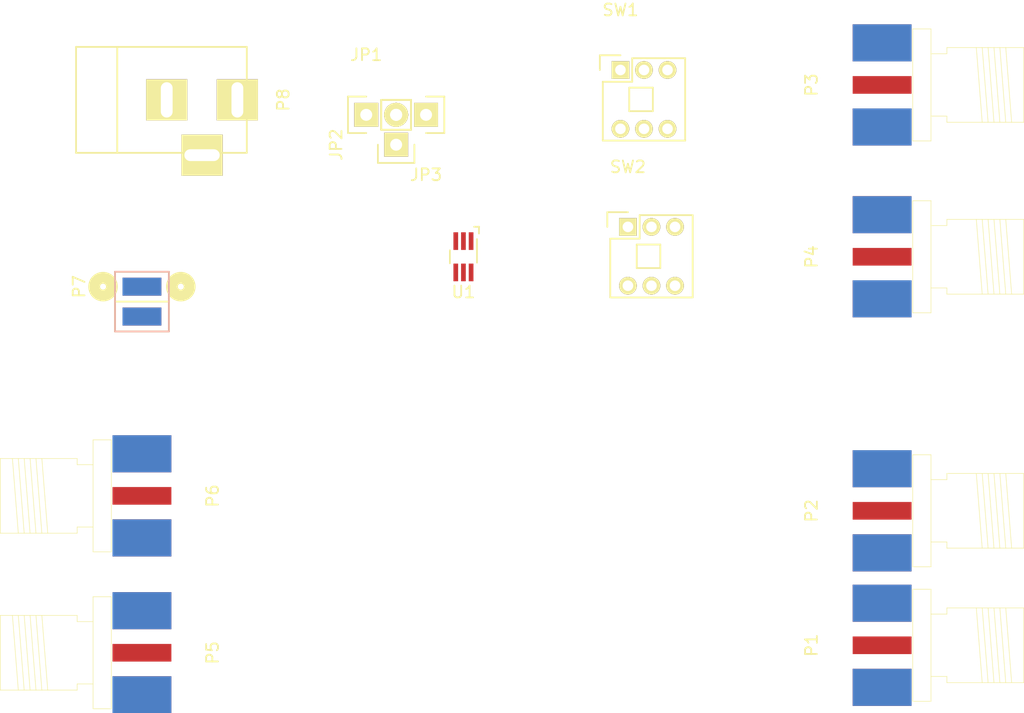
<source format=kicad_pcb>
(kicad_pcb (version 4) (host pcbnew 4.0.4-stable)

  (general
    (links 41)
    (no_connects 27)
    (area 0 0 0 0)
    (thickness 1.6)
    (drawings 0)
    (tracks 0)
    (zones 0)
    (modules 14)
    (nets 15)
  )

  (page A4)
  (layers
    (0 F.Cu signal)
    (31 B.Cu signal)
    (32 B.Adhes user)
    (33 F.Adhes user)
    (34 B.Paste user)
    (35 F.Paste user)
    (36 B.SilkS user)
    (37 F.SilkS user)
    (38 B.Mask user)
    (39 F.Mask user)
    (40 Dwgs.User user)
    (41 Cmts.User user)
    (42 Eco1.User user)
    (43 Eco2.User user)
    (44 Edge.Cuts user)
    (45 Margin user)
    (46 B.CrtYd user)
    (47 F.CrtYd user)
    (48 B.Fab user)
    (49 F.Fab user)
  )

  (setup
    (last_trace_width 0.25)
    (trace_clearance 0.2)
    (zone_clearance 0.508)
    (zone_45_only no)
    (trace_min 0.2)
    (segment_width 0.2)
    (edge_width 0.15)
    (via_size 0.6)
    (via_drill 0.4)
    (via_min_size 0.4)
    (via_min_drill 0.3)
    (uvia_size 0.3)
    (uvia_drill 0.1)
    (uvias_allowed no)
    (uvia_min_size 0.2)
    (uvia_min_drill 0.1)
    (pcb_text_width 0.3)
    (pcb_text_size 1.5 1.5)
    (mod_edge_width 0.15)
    (mod_text_size 1 1)
    (mod_text_width 0.15)
    (pad_size 1.524 1.524)
    (pad_drill 0.762)
    (pad_to_mask_clearance 0.2)
    (aux_axis_origin 0 0)
    (visible_elements FFFFFF7F)
    (pcbplotparams
      (layerselection 0x00030_80000001)
      (usegerberextensions false)
      (excludeedgelayer true)
      (linewidth 0.100000)
      (plotframeref false)
      (viasonmask false)
      (mode 1)
      (useauxorigin false)
      (hpglpennumber 1)
      (hpglpenspeed 20)
      (hpglpendiameter 15)
      (hpglpenoverlay 2)
      (psnegative false)
      (psa4output false)
      (plotreference true)
      (plotvalue true)
      (plotinvisibletext false)
      (padsonsilk false)
      (subtractmaskfromsilk false)
      (outputformat 1)
      (mirror false)
      (drillshape 1)
      (scaleselection 1)
      (outputdirectory ""))
  )

  (net 0 "")
  (net 1 "Net-(JP1-Pad1)")
  (net 2 VCC)
  (net 3 /TRIGGER)
  (net 4 /VMC)
  (net 5 "Net-(P1-Pad2)")
  (net 6 /SINE)
  (net 7 "Net-(P2-Pad2)")
  (net 8 /INV/PULSE)
  (net 9 GND)
  (net 10 "Net-(P3-Pad1)")
  (net 11 "Net-(P4-Pad1)")
  (net 12 "Net-(P8-Pad3)")
  (net 13 "Net-(SW1-Pad1)")
  (net 14 "Net-(SW2-Pad1)")

  (net_class Default "This is the default net class."
    (clearance 0.2)
    (trace_width 0.25)
    (via_dia 0.6)
    (via_drill 0.4)
    (uvia_dia 0.3)
    (uvia_drill 0.1)
    (add_net /INV/PULSE)
    (add_net /SINE)
    (add_net /TRIGGER)
    (add_net /VMC)
    (add_net GND)
    (add_net "Net-(JP1-Pad1)")
    (add_net "Net-(P1-Pad2)")
    (add_net "Net-(P2-Pad2)")
    (add_net "Net-(P3-Pad1)")
    (add_net "Net-(P4-Pad1)")
    (add_net "Net-(P8-Pad3)")
    (add_net "Net-(SW1-Pad1)")
    (add_net "Net-(SW2-Pad1)")
    (add_net VCC)
  )

  (module Socket_Strips:Socket_Strip_Straight_1x02 (layer F.Cu) (tedit 54E9F75E) (tstamp 57EDB1E2)
    (at 48.895 31.75)
    (descr "Through hole socket strip")
    (tags "socket strip")
    (path /57ED900E)
    (fp_text reference JP1 (at 0 -5.1) (layer F.SilkS)
      (effects (font (size 1 1) (thickness 0.15)))
    )
    (fp_text value JUMPER (at 0 -3.1) (layer F.Fab)
      (effects (font (size 1 1) (thickness 0.15)))
    )
    (fp_line (start -1.55 1.55) (end 0 1.55) (layer F.SilkS) (width 0.15))
    (fp_line (start 3.81 1.27) (end 1.27 1.27) (layer F.SilkS) (width 0.15))
    (fp_line (start -1.75 -1.75) (end -1.75 1.75) (layer F.CrtYd) (width 0.05))
    (fp_line (start 4.3 -1.75) (end 4.3 1.75) (layer F.CrtYd) (width 0.05))
    (fp_line (start -1.75 -1.75) (end 4.3 -1.75) (layer F.CrtYd) (width 0.05))
    (fp_line (start -1.75 1.75) (end 4.3 1.75) (layer F.CrtYd) (width 0.05))
    (fp_line (start 1.27 1.27) (end 1.27 -1.27) (layer F.SilkS) (width 0.15))
    (fp_line (start 0 -1.55) (end -1.55 -1.55) (layer F.SilkS) (width 0.15))
    (fp_line (start -1.55 -1.55) (end -1.55 1.55) (layer F.SilkS) (width 0.15))
    (fp_line (start 1.27 -1.27) (end 3.81 -1.27) (layer F.SilkS) (width 0.15))
    (fp_line (start 3.81 -1.27) (end 3.81 1.27) (layer F.SilkS) (width 0.15))
    (pad 1 thru_hole rect (at 0 0) (size 2.032 2.032) (drill 1.016) (layers *.Cu *.Mask F.SilkS)
      (net 1 "Net-(JP1-Pad1)"))
    (pad 2 thru_hole oval (at 2.54 0) (size 2.032 2.032) (drill 1.016) (layers *.Cu *.Mask F.SilkS)
      (net 2 VCC))
    (model Socket_Strips.3dshapes/Socket_Strip_Straight_1x02.wrl
      (at (xyz 0.05 0 0))
      (scale (xyz 1 1 1))
      (rotate (xyz 0 0 180))
    )
  )

  (module Socket_Strips:Socket_Strip_Straight_1x02 (layer F.Cu) (tedit 54E9F75E) (tstamp 57EDB1E8)
    (at 51.435 34.29 90)
    (descr "Through hole socket strip")
    (tags "socket strip")
    (path /57ED90A9)
    (fp_text reference JP2 (at 0 -5.1 90) (layer F.SilkS)
      (effects (font (size 1 1) (thickness 0.15)))
    )
    (fp_text value JUMPER (at 0 -3.1 90) (layer F.Fab)
      (effects (font (size 1 1) (thickness 0.15)))
    )
    (fp_line (start -1.55 1.55) (end 0 1.55) (layer F.SilkS) (width 0.15))
    (fp_line (start 3.81 1.27) (end 1.27 1.27) (layer F.SilkS) (width 0.15))
    (fp_line (start -1.75 -1.75) (end -1.75 1.75) (layer F.CrtYd) (width 0.05))
    (fp_line (start 4.3 -1.75) (end 4.3 1.75) (layer F.CrtYd) (width 0.05))
    (fp_line (start -1.75 -1.75) (end 4.3 -1.75) (layer F.CrtYd) (width 0.05))
    (fp_line (start -1.75 1.75) (end 4.3 1.75) (layer F.CrtYd) (width 0.05))
    (fp_line (start 1.27 1.27) (end 1.27 -1.27) (layer F.SilkS) (width 0.15))
    (fp_line (start 0 -1.55) (end -1.55 -1.55) (layer F.SilkS) (width 0.15))
    (fp_line (start -1.55 -1.55) (end -1.55 1.55) (layer F.SilkS) (width 0.15))
    (fp_line (start 1.27 -1.27) (end 3.81 -1.27) (layer F.SilkS) (width 0.15))
    (fp_line (start 3.81 -1.27) (end 3.81 1.27) (layer F.SilkS) (width 0.15))
    (pad 1 thru_hole rect (at 0 0 90) (size 2.032 2.032) (drill 1.016) (layers *.Cu *.Mask F.SilkS)
      (net 3 /TRIGGER))
    (pad 2 thru_hole oval (at 2.54 0 90) (size 2.032 2.032) (drill 1.016) (layers *.Cu *.Mask F.SilkS)
      (net 2 VCC))
    (model Socket_Strips.3dshapes/Socket_Strip_Straight_1x02.wrl
      (at (xyz 0.05 0 0))
      (scale (xyz 1 1 1))
      (rotate (xyz 0 0 180))
    )
  )

  (module Socket_Strips:Socket_Strip_Straight_1x02 (layer F.Cu) (tedit 54E9F75E) (tstamp 57EDB1EE)
    (at 53.975 31.75 180)
    (descr "Through hole socket strip")
    (tags "socket strip")
    (path /57ED8F9D)
    (fp_text reference JP3 (at 0 -5.1 180) (layer F.SilkS)
      (effects (font (size 1 1) (thickness 0.15)))
    )
    (fp_text value JUMPER (at 0 -3.1 180) (layer F.Fab)
      (effects (font (size 1 1) (thickness 0.15)))
    )
    (fp_line (start -1.55 1.55) (end 0 1.55) (layer F.SilkS) (width 0.15))
    (fp_line (start 3.81 1.27) (end 1.27 1.27) (layer F.SilkS) (width 0.15))
    (fp_line (start -1.75 -1.75) (end -1.75 1.75) (layer F.CrtYd) (width 0.05))
    (fp_line (start 4.3 -1.75) (end 4.3 1.75) (layer F.CrtYd) (width 0.05))
    (fp_line (start -1.75 -1.75) (end 4.3 -1.75) (layer F.CrtYd) (width 0.05))
    (fp_line (start -1.75 1.75) (end 4.3 1.75) (layer F.CrtYd) (width 0.05))
    (fp_line (start 1.27 1.27) (end 1.27 -1.27) (layer F.SilkS) (width 0.15))
    (fp_line (start 0 -1.55) (end -1.55 -1.55) (layer F.SilkS) (width 0.15))
    (fp_line (start -1.55 -1.55) (end -1.55 1.55) (layer F.SilkS) (width 0.15))
    (fp_line (start 1.27 -1.27) (end 3.81 -1.27) (layer F.SilkS) (width 0.15))
    (fp_line (start 3.81 -1.27) (end 3.81 1.27) (layer F.SilkS) (width 0.15))
    (pad 1 thru_hole rect (at 0 0 180) (size 2.032 2.032) (drill 1.016) (layers *.Cu *.Mask F.SilkS)
      (net 4 /VMC))
    (pad 2 thru_hole oval (at 2.54 0 180) (size 2.032 2.032) (drill 1.016) (layers *.Cu *.Mask F.SilkS)
      (net 2 VCC))
    (model Socket_Strips.3dshapes/Socket_Strip_Straight_1x02.wrl
      (at (xyz 0.05 0 0))
      (scale (xyz 1 1 1))
      (rotate (xyz 0 0 180))
    )
  )

  (module Connectors:SMA_Board_Edge (layer F.Cu) (tedit 57EDA41F) (tstamp 57EDB1F7)
    (at 92.71 76.835 90)
    (descr "Through hole socket strip")
    (tags "socket strip")
    (path /57ED8319)
    (fp_text reference P1 (at 0 -6 90) (layer F.SilkS)
      (effects (font (size 1 1) (thickness 0.15)))
    )
    (fp_text value BNC (at 0 -4 90) (layer F.Fab)
      (effects (font (size 1 1) (thickness 0.15)))
    )
    (fp_line (start -2.65 5.5) (end -3.175 5.5) (layer F.SilkS) (width 0.05))
    (fp_line (start -2.65 4.15) (end -2.65 5.5) (layer F.SilkS) (width 0.05))
    (fp_line (start 2.65 5.5) (end 3.175 5.5) (layer F.SilkS) (width 0.05))
    (fp_line (start 2.65 4.15) (end 2.65 5.5) (layer F.SilkS) (width 0.05))
    (fp_line (start -3.175 8.5) (end 3.175 8) (layer F.SilkS) (width 0.05))
    (fp_line (start -3.175 9) (end 3.175 8.5) (layer F.SilkS) (width 0.05))
    (fp_line (start -3.175 9.5) (end 3.175 9) (layer F.SilkS) (width 0.05))
    (fp_line (start -3.175 10) (end 3.175 9.5) (layer F.SilkS) (width 0.05))
    (fp_line (start -3.175 10.5) (end 3.175 10) (layer F.SilkS) (width 0.05))
    (fp_line (start -3.175 11) (end 3.175 10.5) (layer F.SilkS) (width 0.05))
    (fp_line (start 4.76 2.6) (end 4.76 4.15) (layer F.SilkS) (width 0.05))
    (fp_line (start -4.76 2.6) (end -4.76 4.15) (layer F.SilkS) (width 0.05))
    (fp_line (start -3.175 12.03) (end -3.175 5.5) (layer F.SilkS) (width 0.05))
    (fp_line (start 3.175 5.5) (end 3.175 12.03) (layer F.SilkS) (width 0.05))
    (fp_line (start -3.175 12.03) (end 3.175 12.03) (layer F.SilkS) (width 0.05))
    (fp_line (start -4.76 4.15) (end 4.76 4.15) (layer F.SilkS) (width 0.05))
    (fp_line (start -4.76 2.6) (end 4.76 2.6) (layer F.SilkS) (width 0.05))
    (pad 2 smd rect (at -3.575 0 90) (size 3.15 5) (layers *.Paste *.Mask B.Cu)
      (net 5 "Net-(P1-Pad2)"))
    (pad 2 smd rect (at -3.575 0 90) (size 3.15 5) (layers *.Paste *.Mask F.Cu)
      (net 5 "Net-(P1-Pad2)"))
    (pad 1 smd rect (at 0 0 90) (size 1.5 5) (layers F.Cu F.Paste F.Mask)
      (net 6 /SINE))
    (pad 2 smd rect (at 3.575 0 90) (size 3.15 5) (layers *.Paste *.Mask F.Cu)
      (net 5 "Net-(P1-Pad2)"))
    (pad 2 smd rect (at 3.575 0 90) (size 3.15 5) (layers *.Paste *.Mask B.Cu)
      (net 5 "Net-(P1-Pad2)"))
    (model Socket_Strips.3dshapes/Socket_Strip_Angled_1x02.wrl
      (at (xyz 0.05 0 0))
      (scale (xyz 1 1 1))
      (rotate (xyz 0 0 180))
    )
  )

  (module Connectors:SMA_Board_Edge (layer F.Cu) (tedit 57EDA41F) (tstamp 57EDB200)
    (at 92.71 65.405 90)
    (descr "Through hole socket strip")
    (tags "socket strip")
    (path /57ED812B)
    (fp_text reference P2 (at 0 -6 90) (layer F.SilkS)
      (effects (font (size 1 1) (thickness 0.15)))
    )
    (fp_text value BNC (at 0 -4 90) (layer F.Fab)
      (effects (font (size 1 1) (thickness 0.15)))
    )
    (fp_line (start -2.65 5.5) (end -3.175 5.5) (layer F.SilkS) (width 0.05))
    (fp_line (start -2.65 4.15) (end -2.65 5.5) (layer F.SilkS) (width 0.05))
    (fp_line (start 2.65 5.5) (end 3.175 5.5) (layer F.SilkS) (width 0.05))
    (fp_line (start 2.65 4.15) (end 2.65 5.5) (layer F.SilkS) (width 0.05))
    (fp_line (start -3.175 8.5) (end 3.175 8) (layer F.SilkS) (width 0.05))
    (fp_line (start -3.175 9) (end 3.175 8.5) (layer F.SilkS) (width 0.05))
    (fp_line (start -3.175 9.5) (end 3.175 9) (layer F.SilkS) (width 0.05))
    (fp_line (start -3.175 10) (end 3.175 9.5) (layer F.SilkS) (width 0.05))
    (fp_line (start -3.175 10.5) (end 3.175 10) (layer F.SilkS) (width 0.05))
    (fp_line (start -3.175 11) (end 3.175 10.5) (layer F.SilkS) (width 0.05))
    (fp_line (start 4.76 2.6) (end 4.76 4.15) (layer F.SilkS) (width 0.05))
    (fp_line (start -4.76 2.6) (end -4.76 4.15) (layer F.SilkS) (width 0.05))
    (fp_line (start -3.175 12.03) (end -3.175 5.5) (layer F.SilkS) (width 0.05))
    (fp_line (start 3.175 5.5) (end 3.175 12.03) (layer F.SilkS) (width 0.05))
    (fp_line (start -3.175 12.03) (end 3.175 12.03) (layer F.SilkS) (width 0.05))
    (fp_line (start -4.76 4.15) (end 4.76 4.15) (layer F.SilkS) (width 0.05))
    (fp_line (start -4.76 2.6) (end 4.76 2.6) (layer F.SilkS) (width 0.05))
    (pad 2 smd rect (at -3.575 0 90) (size 3.15 5) (layers *.Paste *.Mask B.Cu)
      (net 7 "Net-(P2-Pad2)"))
    (pad 2 smd rect (at -3.575 0 90) (size 3.15 5) (layers *.Paste *.Mask F.Cu)
      (net 7 "Net-(P2-Pad2)"))
    (pad 1 smd rect (at 0 0 90) (size 1.5 5) (layers F.Cu F.Paste F.Mask)
      (net 8 /INV/PULSE))
    (pad 2 smd rect (at 3.575 0 90) (size 3.15 5) (layers *.Paste *.Mask F.Cu)
      (net 7 "Net-(P2-Pad2)"))
    (pad 2 smd rect (at 3.575 0 90) (size 3.15 5) (layers *.Paste *.Mask B.Cu)
      (net 7 "Net-(P2-Pad2)"))
    (model Socket_Strips.3dshapes/Socket_Strip_Angled_1x02.wrl
      (at (xyz 0.05 0 0))
      (scale (xyz 1 1 1))
      (rotate (xyz 0 0 180))
    )
  )

  (module Connectors:SMA_Board_Edge (layer F.Cu) (tedit 57EDA41F) (tstamp 57EDB209)
    (at 92.71 29.21 90)
    (descr "Through hole socket strip")
    (tags "socket strip")
    (path /57ED804A)
    (fp_text reference P3 (at 0 -6 90) (layer F.SilkS)
      (effects (font (size 1 1) (thickness 0.15)))
    )
    (fp_text value BNC (at 0 -4 90) (layer F.Fab)
      (effects (font (size 1 1) (thickness 0.15)))
    )
    (fp_line (start -2.65 5.5) (end -3.175 5.5) (layer F.SilkS) (width 0.05))
    (fp_line (start -2.65 4.15) (end -2.65 5.5) (layer F.SilkS) (width 0.05))
    (fp_line (start 2.65 5.5) (end 3.175 5.5) (layer F.SilkS) (width 0.05))
    (fp_line (start 2.65 4.15) (end 2.65 5.5) (layer F.SilkS) (width 0.05))
    (fp_line (start -3.175 8.5) (end 3.175 8) (layer F.SilkS) (width 0.05))
    (fp_line (start -3.175 9) (end 3.175 8.5) (layer F.SilkS) (width 0.05))
    (fp_line (start -3.175 9.5) (end 3.175 9) (layer F.SilkS) (width 0.05))
    (fp_line (start -3.175 10) (end 3.175 9.5) (layer F.SilkS) (width 0.05))
    (fp_line (start -3.175 10.5) (end 3.175 10) (layer F.SilkS) (width 0.05))
    (fp_line (start -3.175 11) (end 3.175 10.5) (layer F.SilkS) (width 0.05))
    (fp_line (start 4.76 2.6) (end 4.76 4.15) (layer F.SilkS) (width 0.05))
    (fp_line (start -4.76 2.6) (end -4.76 4.15) (layer F.SilkS) (width 0.05))
    (fp_line (start -3.175 12.03) (end -3.175 5.5) (layer F.SilkS) (width 0.05))
    (fp_line (start 3.175 5.5) (end 3.175 12.03) (layer F.SilkS) (width 0.05))
    (fp_line (start -3.175 12.03) (end 3.175 12.03) (layer F.SilkS) (width 0.05))
    (fp_line (start -4.76 4.15) (end 4.76 4.15) (layer F.SilkS) (width 0.05))
    (fp_line (start -4.76 2.6) (end 4.76 2.6) (layer F.SilkS) (width 0.05))
    (pad 2 smd rect (at -3.575 0 90) (size 3.15 5) (layers *.Paste *.Mask B.Cu)
      (net 9 GND))
    (pad 2 smd rect (at -3.575 0 90) (size 3.15 5) (layers *.Paste *.Mask F.Cu)
      (net 9 GND))
    (pad 1 smd rect (at 0 0 90) (size 1.5 5) (layers F.Cu F.Paste F.Mask)
      (net 10 "Net-(P3-Pad1)"))
    (pad 2 smd rect (at 3.575 0 90) (size 3.15 5) (layers *.Paste *.Mask F.Cu)
      (net 9 GND))
    (pad 2 smd rect (at 3.575 0 90) (size 3.15 5) (layers *.Paste *.Mask B.Cu)
      (net 9 GND))
    (model Socket_Strips.3dshapes/Socket_Strip_Angled_1x02.wrl
      (at (xyz 0.05 0 0))
      (scale (xyz 1 1 1))
      (rotate (xyz 0 0 180))
    )
  )

  (module Connectors:SMA_Board_Edge (layer F.Cu) (tedit 57EDA41F) (tstamp 57EDB212)
    (at 92.71 43.815 90)
    (descr "Through hole socket strip")
    (tags "socket strip")
    (path /57ED839A)
    (fp_text reference P4 (at 0 -6 90) (layer F.SilkS)
      (effects (font (size 1 1) (thickness 0.15)))
    )
    (fp_text value BNC (at 0 -4 90) (layer F.Fab)
      (effects (font (size 1 1) (thickness 0.15)))
    )
    (fp_line (start -2.65 5.5) (end -3.175 5.5) (layer F.SilkS) (width 0.05))
    (fp_line (start -2.65 4.15) (end -2.65 5.5) (layer F.SilkS) (width 0.05))
    (fp_line (start 2.65 5.5) (end 3.175 5.5) (layer F.SilkS) (width 0.05))
    (fp_line (start 2.65 4.15) (end 2.65 5.5) (layer F.SilkS) (width 0.05))
    (fp_line (start -3.175 8.5) (end 3.175 8) (layer F.SilkS) (width 0.05))
    (fp_line (start -3.175 9) (end 3.175 8.5) (layer F.SilkS) (width 0.05))
    (fp_line (start -3.175 9.5) (end 3.175 9) (layer F.SilkS) (width 0.05))
    (fp_line (start -3.175 10) (end 3.175 9.5) (layer F.SilkS) (width 0.05))
    (fp_line (start -3.175 10.5) (end 3.175 10) (layer F.SilkS) (width 0.05))
    (fp_line (start -3.175 11) (end 3.175 10.5) (layer F.SilkS) (width 0.05))
    (fp_line (start 4.76 2.6) (end 4.76 4.15) (layer F.SilkS) (width 0.05))
    (fp_line (start -4.76 2.6) (end -4.76 4.15) (layer F.SilkS) (width 0.05))
    (fp_line (start -3.175 12.03) (end -3.175 5.5) (layer F.SilkS) (width 0.05))
    (fp_line (start 3.175 5.5) (end 3.175 12.03) (layer F.SilkS) (width 0.05))
    (fp_line (start -3.175 12.03) (end 3.175 12.03) (layer F.SilkS) (width 0.05))
    (fp_line (start -4.76 4.15) (end 4.76 4.15) (layer F.SilkS) (width 0.05))
    (fp_line (start -4.76 2.6) (end 4.76 2.6) (layer F.SilkS) (width 0.05))
    (pad 2 smd rect (at -3.575 0 90) (size 3.15 5) (layers *.Paste *.Mask B.Cu)
      (net 9 GND))
    (pad 2 smd rect (at -3.575 0 90) (size 3.15 5) (layers *.Paste *.Mask F.Cu)
      (net 9 GND))
    (pad 1 smd rect (at 0 0 90) (size 1.5 5) (layers F.Cu F.Paste F.Mask)
      (net 11 "Net-(P4-Pad1)"))
    (pad 2 smd rect (at 3.575 0 90) (size 3.15 5) (layers *.Paste *.Mask F.Cu)
      (net 9 GND))
    (pad 2 smd rect (at 3.575 0 90) (size 3.15 5) (layers *.Paste *.Mask B.Cu)
      (net 9 GND))
    (model Socket_Strips.3dshapes/Socket_Strip_Angled_1x02.wrl
      (at (xyz 0.05 0 0))
      (scale (xyz 1 1 1))
      (rotate (xyz 0 0 180))
    )
  )

  (module Connectors:SMA_Board_Edge (layer F.Cu) (tedit 57EDA41F) (tstamp 57EDB21B)
    (at 29.845 77.47 270)
    (descr "Through hole socket strip")
    (tags "socket strip")
    (path /57ED8357)
    (fp_text reference P5 (at 0 -6 270) (layer F.SilkS)
      (effects (font (size 1 1) (thickness 0.15)))
    )
    (fp_text value BNC (at 0 -4 270) (layer F.Fab)
      (effects (font (size 1 1) (thickness 0.15)))
    )
    (fp_line (start -2.65 5.5) (end -3.175 5.5) (layer F.SilkS) (width 0.05))
    (fp_line (start -2.65 4.15) (end -2.65 5.5) (layer F.SilkS) (width 0.05))
    (fp_line (start 2.65 5.5) (end 3.175 5.5) (layer F.SilkS) (width 0.05))
    (fp_line (start 2.65 4.15) (end 2.65 5.5) (layer F.SilkS) (width 0.05))
    (fp_line (start -3.175 8.5) (end 3.175 8) (layer F.SilkS) (width 0.05))
    (fp_line (start -3.175 9) (end 3.175 8.5) (layer F.SilkS) (width 0.05))
    (fp_line (start -3.175 9.5) (end 3.175 9) (layer F.SilkS) (width 0.05))
    (fp_line (start -3.175 10) (end 3.175 9.5) (layer F.SilkS) (width 0.05))
    (fp_line (start -3.175 10.5) (end 3.175 10) (layer F.SilkS) (width 0.05))
    (fp_line (start -3.175 11) (end 3.175 10.5) (layer F.SilkS) (width 0.05))
    (fp_line (start 4.76 2.6) (end 4.76 4.15) (layer F.SilkS) (width 0.05))
    (fp_line (start -4.76 2.6) (end -4.76 4.15) (layer F.SilkS) (width 0.05))
    (fp_line (start -3.175 12.03) (end -3.175 5.5) (layer F.SilkS) (width 0.05))
    (fp_line (start 3.175 5.5) (end 3.175 12.03) (layer F.SilkS) (width 0.05))
    (fp_line (start -3.175 12.03) (end 3.175 12.03) (layer F.SilkS) (width 0.05))
    (fp_line (start -4.76 4.15) (end 4.76 4.15) (layer F.SilkS) (width 0.05))
    (fp_line (start -4.76 2.6) (end 4.76 2.6) (layer F.SilkS) (width 0.05))
    (pad 2 smd rect (at -3.575 0 270) (size 3.15 5) (layers *.Paste *.Mask B.Cu)
      (net 5 "Net-(P1-Pad2)"))
    (pad 2 smd rect (at -3.575 0 270) (size 3.15 5) (layers *.Paste *.Mask F.Cu)
      (net 5 "Net-(P1-Pad2)"))
    (pad 1 smd rect (at 0 0 270) (size 1.5 5) (layers F.Cu F.Paste F.Mask)
      (net 6 /SINE))
    (pad 2 smd rect (at 3.575 0 270) (size 3.15 5) (layers *.Paste *.Mask F.Cu)
      (net 5 "Net-(P1-Pad2)"))
    (pad 2 smd rect (at 3.575 0 270) (size 3.15 5) (layers *.Paste *.Mask B.Cu)
      (net 5 "Net-(P1-Pad2)"))
    (model Socket_Strips.3dshapes/Socket_Strip_Angled_1x02.wrl
      (at (xyz 0.05 0 0))
      (scale (xyz 1 1 1))
      (rotate (xyz 0 0 180))
    )
  )

  (module Connectors:SMA_Board_Edge (layer F.Cu) (tedit 57EDA41F) (tstamp 57EDB224)
    (at 29.845 64.135 270)
    (descr "Through hole socket strip")
    (tags "socket strip")
    (path /57ED82CC)
    (fp_text reference P6 (at 0 -6 270) (layer F.SilkS)
      (effects (font (size 1 1) (thickness 0.15)))
    )
    (fp_text value BNC (at 0 -4 270) (layer F.Fab)
      (effects (font (size 1 1) (thickness 0.15)))
    )
    (fp_line (start -2.65 5.5) (end -3.175 5.5) (layer F.SilkS) (width 0.05))
    (fp_line (start -2.65 4.15) (end -2.65 5.5) (layer F.SilkS) (width 0.05))
    (fp_line (start 2.65 5.5) (end 3.175 5.5) (layer F.SilkS) (width 0.05))
    (fp_line (start 2.65 4.15) (end 2.65 5.5) (layer F.SilkS) (width 0.05))
    (fp_line (start -3.175 8.5) (end 3.175 8) (layer F.SilkS) (width 0.05))
    (fp_line (start -3.175 9) (end 3.175 8.5) (layer F.SilkS) (width 0.05))
    (fp_line (start -3.175 9.5) (end 3.175 9) (layer F.SilkS) (width 0.05))
    (fp_line (start -3.175 10) (end 3.175 9.5) (layer F.SilkS) (width 0.05))
    (fp_line (start -3.175 10.5) (end 3.175 10) (layer F.SilkS) (width 0.05))
    (fp_line (start -3.175 11) (end 3.175 10.5) (layer F.SilkS) (width 0.05))
    (fp_line (start 4.76 2.6) (end 4.76 4.15) (layer F.SilkS) (width 0.05))
    (fp_line (start -4.76 2.6) (end -4.76 4.15) (layer F.SilkS) (width 0.05))
    (fp_line (start -3.175 12.03) (end -3.175 5.5) (layer F.SilkS) (width 0.05))
    (fp_line (start 3.175 5.5) (end 3.175 12.03) (layer F.SilkS) (width 0.05))
    (fp_line (start -3.175 12.03) (end 3.175 12.03) (layer F.SilkS) (width 0.05))
    (fp_line (start -4.76 4.15) (end 4.76 4.15) (layer F.SilkS) (width 0.05))
    (fp_line (start -4.76 2.6) (end 4.76 2.6) (layer F.SilkS) (width 0.05))
    (pad 2 smd rect (at -3.575 0 270) (size 3.15 5) (layers *.Paste *.Mask B.Cu)
      (net 7 "Net-(P2-Pad2)"))
    (pad 2 smd rect (at -3.575 0 270) (size 3.15 5) (layers *.Paste *.Mask F.Cu)
      (net 7 "Net-(P2-Pad2)"))
    (pad 1 smd rect (at 0 0 270) (size 1.5 5) (layers F.Cu F.Paste F.Mask)
      (net 8 /INV/PULSE))
    (pad 2 smd rect (at 3.575 0 270) (size 3.15 5) (layers *.Paste *.Mask F.Cu)
      (net 7 "Net-(P2-Pad2)"))
    (pad 2 smd rect (at 3.575 0 270) (size 3.15 5) (layers *.Paste *.Mask B.Cu)
      (net 7 "Net-(P2-Pad2)"))
    (model Socket_Strips.3dshapes/Socket_Strip_Angled_1x02.wrl
      (at (xyz 0.05 0 0))
      (scale (xyz 1 1 1))
      (rotate (xyz 0 0 180))
    )
  )

  (module 2.54mm_Pin_Headers:Edge_2x02 (layer F.Cu) (tedit 554C2F8F) (tstamp 57EDB22C)
    (at 29.845 46.355 270)
    (path /57EDA45E)
    (fp_text reference P7 (at 0 5.334 270) (layer F.SilkS)
      (effects (font (size 1 1) (thickness 0.15)))
    )
    (fp_text value CONN_02X02 (at 0 -5.08 270) (layer F.SilkS) hide
      (effects (font (size 1 1) (thickness 0.15)))
    )
    (fp_circle (center 0 3.302) (end 0.254 3.302) (layer F.SilkS) (width 1))
    (fp_circle (center 0 -3.302) (end 0.254 -3.302) (layer F.SilkS) (width 1))
    (fp_line (start -1.27 -2.286) (end -1.27 2.286) (layer B.SilkS) (width 0.15))
    (fp_line (start -1.27 2.286) (end 3.81 2.286) (layer B.SilkS) (width 0.15))
    (fp_line (start 3.81 2.286) (end 3.81 -2.286) (layer B.SilkS) (width 0.15))
    (fp_line (start 3.81 -2.286) (end -1.27 -2.286) (layer B.SilkS) (width 0.15))
    (fp_line (start 1.27 2.286) (end 1.27 -2.286) (layer F.SilkS) (width 0.15))
    (fp_line (start -1.27 -2.286) (end -1.27 2.286) (layer F.SilkS) (width 0.15))
    (fp_line (start 3.81 2.286) (end 3.81 -2.286) (layer F.SilkS) (width 0.15))
    (fp_line (start 3.81 -2.286) (end -1.27 -2.286) (layer F.SilkS) (width 0.15))
    (fp_line (start -1.27 2.286) (end 3.81 2.286) (layer F.SilkS) (width 0.15))
    (pad 1 smd rect (at 0 0 270) (size 1.524 3.302) (layers F.Cu F.Paste F.Mask)
      (net 9 GND))
    (pad 2 smd rect (at 0 0 270) (size 1.524 3.302) (layers B.Cu B.Paste B.Mask)
      (net 4 /VMC))
    (pad 3 smd rect (at 2.54 0 270) (size 1.524 3.302) (layers F.Cu F.Paste F.Mask)
      (net 9 GND))
    (pad 4 smd rect (at 2.54 0 270) (size 1.524 3.302) (layers B.Cu B.Paste B.Mask)
      (net 3 /TRIGGER))
  )

  (module Connect:BARREL_JACK (layer F.Cu) (tedit 0) (tstamp 57EDB233)
    (at 31.75 30.48)
    (descr "DC Barrel Jack")
    (tags "Power Jack")
    (path /57ED9FF5)
    (fp_text reference P8 (at 10.09904 0 90) (layer F.SilkS)
      (effects (font (size 1 1) (thickness 0.15)))
    )
    (fp_text value BARREL_JACK (at 0 -5.99948) (layer F.Fab)
      (effects (font (size 1 1) (thickness 0.15)))
    )
    (fp_line (start -4.0005 -4.50088) (end -4.0005 4.50088) (layer F.SilkS) (width 0.15))
    (fp_line (start -7.50062 -4.50088) (end -7.50062 4.50088) (layer F.SilkS) (width 0.15))
    (fp_line (start -7.50062 4.50088) (end 7.00024 4.50088) (layer F.SilkS) (width 0.15))
    (fp_line (start 7.00024 4.50088) (end 7.00024 -4.50088) (layer F.SilkS) (width 0.15))
    (fp_line (start 7.00024 -4.50088) (end -7.50062 -4.50088) (layer F.SilkS) (width 0.15))
    (pad 1 thru_hole rect (at 6.20014 0) (size 3.50012 3.50012) (drill oval 1.00076 2.99974) (layers *.Cu *.Mask F.SilkS)
      (net 1 "Net-(JP1-Pad1)"))
    (pad 2 thru_hole rect (at 0.20066 0) (size 3.50012 3.50012) (drill oval 1.00076 2.99974) (layers *.Cu *.Mask F.SilkS)
      (net 9 GND))
    (pad 3 thru_hole rect (at 3.2004 4.699) (size 3.50012 3.50012) (drill oval 2.99974 1.00076) (layers *.Cu *.Mask F.SilkS)
      (net 12 "Net-(P8-Pad3)"))
  )

  (module Switches:Latched_7x7mm_TL_2230 (layer F.Cu) (tedit 57EDAFBA) (tstamp 57EDB23D)
    (at 70.485 27.94)
    (descr "Through hole latched toggle switch E-Switch TL 2230 footprint recommendation")
    (tags "socket strip")
    (path /57ED7FA8)
    (fp_text reference SW1 (at 0 -5.1) (layer F.SilkS)
      (effects (font (size 1 1) (thickness 0.15)))
    )
    (fp_text value Switch_SPDT_x2 (at 0 -3.1) (layer F.Fab)
      (effects (font (size 1 1) (thickness 0.15)))
    )
    (fp_line (start 0.75 1.5) (end 2.75 1.5) (layer F.SilkS) (width 0.15))
    (fp_line (start 2.75 1.5) (end 2.75 3.5) (layer F.SilkS) (width 0.15))
    (fp_line (start 2.75 3.5) (end 0.75 3.5) (layer F.SilkS) (width 0.15))
    (fp_line (start 0.75 1.5) (end 0.75 3.5) (layer F.SilkS) (width 0.15))
    (fp_line (start 5.5 -1) (end 5.5 6) (layer F.SilkS) (width 0.15))
    (fp_line (start 1 -1) (end 5.5 -1) (layer F.SilkS) (width 0.15))
    (fp_line (start -1.5 6) (end 5.5 6) (layer F.SilkS) (width 0.15))
    (fp_line (start -1.5 1) (end -1.5 6) (layer F.SilkS) (width 0.15))
    (fp_line (start 1 1) (end -1.5 1) (layer F.SilkS) (width 0.15))
    (fp_line (start 1 -1) (end 1 1) (layer F.SilkS) (width 0.15))
    (fp_line (start 0 -1.25) (end -1.75 -1.25) (layer F.SilkS) (width 0.15))
    (fp_line (start -1.75 -1.25) (end -1.75 0) (layer F.SilkS) (width 0.15))
    (fp_line (start -1.75 -1.25) (end -1.75 6.25) (layer F.CrtYd) (width 0.05))
    (fp_line (start 5.75 -1.25) (end 5.75 6.25) (layer F.CrtYd) (width 0.05))
    (fp_line (start -1.75 -1.25) (end 5.75 -1.25) (layer F.CrtYd) (width 0.05))
    (fp_line (start -1.75 6.25) (end 5.75 6.25) (layer F.CrtYd) (width 0.05))
    (pad 1 thru_hole rect (at 0 0) (size 1.5 1.5) (drill 0.9) (layers *.Cu *.Mask F.SilkS)
      (net 13 "Net-(SW1-Pad1)"))
    (pad 4 thru_hole circle (at 0 5) (size 1.5 1.5) (drill 0.9) (layers *.Cu *.Mask F.SilkS))
    (pad 2 thru_hole circle (at 2 0) (size 1.5 1.5) (drill 0.9) (layers *.Cu *.Mask F.SilkS)
      (net 10 "Net-(P3-Pad1)"))
    (pad 5 thru_hole circle (at 2 5) (size 1.5 1.5) (drill 0.9) (layers *.Cu *.Mask F.SilkS))
    (pad 3 thru_hole circle (at 4 0) (size 1.5 1.5) (drill 0.9) (layers *.Cu *.Mask F.SilkS)
      (net 3 /TRIGGER))
    (pad 6 thru_hole circle (at 4 5) (size 1.5 1.5) (drill 0.9) (layers *.Cu *.Mask F.SilkS))
  )

  (module Switches:Latched_7x7mm_TL_2230 (layer F.Cu) (tedit 57EDAFBA) (tstamp 57EDB247)
    (at 71.12 41.275)
    (descr "Through hole latched toggle switch E-Switch TL 2230 footprint recommendation")
    (tags "socket strip")
    (path /57ED9F5B)
    (fp_text reference SW2 (at 0 -5.1) (layer F.SilkS)
      (effects (font (size 1 1) (thickness 0.15)))
    )
    (fp_text value Switch_SPDT_x2 (at 0 -3.1) (layer F.Fab)
      (effects (font (size 1 1) (thickness 0.15)))
    )
    (fp_line (start 0.75 1.5) (end 2.75 1.5) (layer F.SilkS) (width 0.15))
    (fp_line (start 2.75 1.5) (end 2.75 3.5) (layer F.SilkS) (width 0.15))
    (fp_line (start 2.75 3.5) (end 0.75 3.5) (layer F.SilkS) (width 0.15))
    (fp_line (start 0.75 1.5) (end 0.75 3.5) (layer F.SilkS) (width 0.15))
    (fp_line (start 5.5 -1) (end 5.5 6) (layer F.SilkS) (width 0.15))
    (fp_line (start 1 -1) (end 5.5 -1) (layer F.SilkS) (width 0.15))
    (fp_line (start -1.5 6) (end 5.5 6) (layer F.SilkS) (width 0.15))
    (fp_line (start -1.5 1) (end -1.5 6) (layer F.SilkS) (width 0.15))
    (fp_line (start 1 1) (end -1.5 1) (layer F.SilkS) (width 0.15))
    (fp_line (start 1 -1) (end 1 1) (layer F.SilkS) (width 0.15))
    (fp_line (start 0 -1.25) (end -1.75 -1.25) (layer F.SilkS) (width 0.15))
    (fp_line (start -1.75 -1.25) (end -1.75 0) (layer F.SilkS) (width 0.15))
    (fp_line (start -1.75 -1.25) (end -1.75 6.25) (layer F.CrtYd) (width 0.05))
    (fp_line (start 5.75 -1.25) (end 5.75 6.25) (layer F.CrtYd) (width 0.05))
    (fp_line (start -1.75 -1.25) (end 5.75 -1.25) (layer F.CrtYd) (width 0.05))
    (fp_line (start -1.75 6.25) (end 5.75 6.25) (layer F.CrtYd) (width 0.05))
    (pad 1 thru_hole rect (at 0 0) (size 1.5 1.5) (drill 0.9) (layers *.Cu *.Mask F.SilkS)
      (net 14 "Net-(SW2-Pad1)"))
    (pad 4 thru_hole circle (at 0 5) (size 1.5 1.5) (drill 0.9) (layers *.Cu *.Mask F.SilkS))
    (pad 2 thru_hole circle (at 2 0) (size 1.5 1.5) (drill 0.9) (layers *.Cu *.Mask F.SilkS)
      (net 11 "Net-(P4-Pad1)"))
    (pad 5 thru_hole circle (at 2 5) (size 1.5 1.5) (drill 0.9) (layers *.Cu *.Mask F.SilkS))
    (pad 3 thru_hole circle (at 4 0) (size 1.5 1.5) (drill 0.9) (layers *.Cu *.Mask F.SilkS)
      (net 4 /VMC))
    (pad 6 thru_hole circle (at 4 5) (size 1.5 1.5) (drill 0.9) (layers *.Cu *.Mask F.SilkS))
  )

  (module TO_SOT_Packages_SMD:SC-70-6_Handsoldering (layer F.Cu) (tedit 56EA23C4) (tstamp 57EDB251)
    (at 57.15 43.815 180)
    (descr "SC-70-6, Handsoldering,")
    (tags "SC-70-6 Handsoldering")
    (path /57ED8E99)
    (attr smd)
    (fp_text reference U1 (at 0 -3 180) (layer F.SilkS)
      (effects (font (size 1 1) (thickness 0.15)))
    )
    (fp_text value NC7WZ04P6X (at 0 3.5 180) (layer F.Fab)
      (effects (font (size 1 1) (thickness 0.15)))
    )
    (fp_line (start 1.3 2.4) (end 1.3 -2.4) (layer F.CrtYd) (width 0.05))
    (fp_line (start -1.3 2.4) (end 1.3 2.4) (layer F.CrtYd) (width 0.05))
    (fp_line (start -1.3 -2.4) (end -1.3 2.4) (layer F.CrtYd) (width 0.05))
    (fp_line (start 1.3 -2.4) (end -1.3 -2.4) (layer F.CrtYd) (width 0.05))
    (fp_line (start 1.15 -0.55) (end 1.15 0.55) (layer F.SilkS) (width 0.15))
    (fp_line (start -1.15 -0.5) (end -1.15 1.5) (layer F.SilkS) (width 0.15))
    (fp_line (start -1.3208 1.97866) (end -1.3208 2.54762) (layer F.SilkS) (width 0.15))
    (fp_line (start -1.3208 2.54762) (end -0.90932 2.54762) (layer F.SilkS) (width 0.15))
    (pad 1 smd rect (at -0.65024 1.33096 180) (size 0.39878 1.50114) (layers F.Cu F.Paste F.Mask)
      (net 13 "Net-(SW1-Pad1)"))
    (pad 2 smd rect (at 0 1.33096 180) (size 0.39878 1.50114) (layers F.Cu F.Paste F.Mask)
      (net 9 GND))
    (pad 3 smd rect (at 0.65024 1.33096 180) (size 0.39878 1.50114) (layers F.Cu F.Paste F.Mask)
      (net 4 /VMC))
    (pad 4 smd rect (at 0.65024 -1.33096 180) (size 0.39878 1.50114) (layers F.Cu F.Paste F.Mask)
      (net 14 "Net-(SW2-Pad1)"))
    (pad 5 smd rect (at 0 -1.33096 180) (size 0.39878 1.50114) (layers F.Cu F.Paste F.Mask)
      (net 2 VCC))
    (pad 6 smd rect (at -0.65024 -1.33096 180) (size 0.39878 1.50114) (layers F.Cu F.Paste F.Mask)
      (net 3 /TRIGGER))
    (model TO_SOT_Packages_SMD.3dshapes/SC-70-6_Handsoldering.wrl
      (at (xyz 0 0 0))
      (scale (xyz 1 1 1))
      (rotate (xyz 0 0 0))
    )
  )

)

</source>
